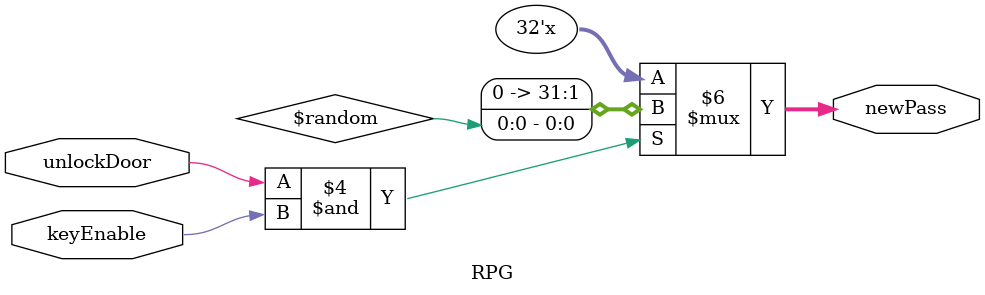
<source format=v>
module RPG ( newPass, unlockDoor, keyEnable );
	output reg[31:0] newPass;
	input keyEnable, unlockDoor; // keyEnable here is the effective enable, which gets turned off after certain time
	
	always @(keyEnable) // this should happen only when keyEnable changes
	begin
		if(unlockDoor == 1 & keyEnable == 1)
		begin
			newPass = $random;
			$display("Passwords have been updated.");
		end
	end
	
endmodule
</source>
